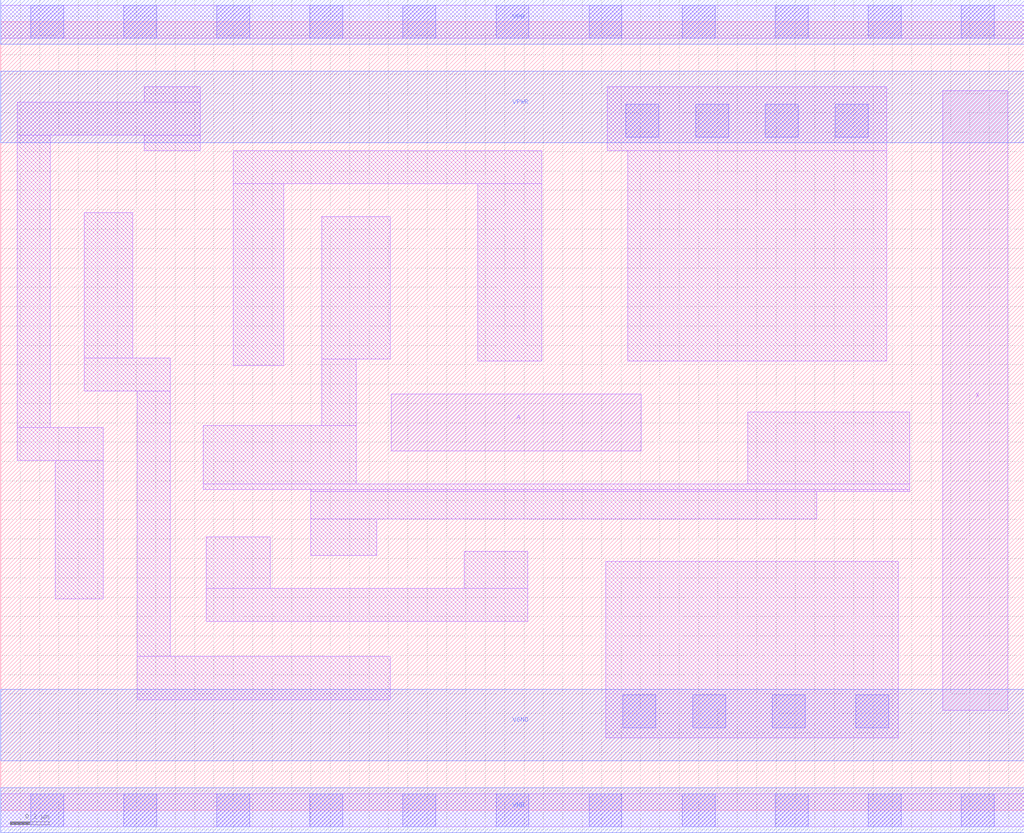
<source format=lef>
# Copyright 2020 The SkyWater PDK Authors
#
# Licensed under the Apache License, Version 2.0 (the "License");
# you may not use this file except in compliance with the License.
# You may obtain a copy of the License at
#
#     https://www.apache.org/licenses/LICENSE-2.0
#
# Unless required by applicable law or agreed to in writing, software
# distributed under the License is distributed on an "AS IS" BASIS,
# WITHOUT WARRANTIES OR CONDITIONS OF ANY KIND, either express or implied.
# See the License for the specific language governing permissions and
# limitations under the License.
#
# SPDX-License-Identifier: Apache-2.0

VERSION 5.5 ;
NAMESCASESENSITIVE ON ;
BUSBITCHARS "[]" ;
DIVIDERCHAR "/" ;
SITE unithvdbl
    SYMMETRY y  ;
    CLASS CORE  ;
    SIZE  0.480 BY 8.140 ;
END unithvdbl
MACRO sky130_fd_sc_hvl__schmittbuf_1
  CLASS CORE ;
  SOURCE USER ;
  ORIGIN  0.000000  0.000000 ;
  SIZE  5.280000 BY  4.070000 ;
  SYMMETRY X Y ;
  SITE unithv ;
  PIN A
    ANTENNAGATEAREA  1.170000 ;
    DIRECTION INPUT ;
    USE SIGNAL ;
    PORT
      LAYER li1 ;
        RECT 2.015000 1.855000 3.305000 2.150000 ;
    END
  END A
  PIN X
    ANTENNADIFFAREA  0.596250 ;
    DIRECTION OUTPUT ;
    USE SIGNAL ;
    PORT
      LAYER li1 ;
        RECT 4.860000 0.515000 5.195000 3.715000 ;
    END
  END X
  PIN VGND
    DIRECTION INOUT ;
    USE GROUND ;
    PORT
      LAYER met1 ;
        RECT 0.000000 0.255000 5.280000 0.625000 ;
    END
  END VGND
  PIN VNB
    DIRECTION INOUT ;
    USE GROUND ;
    PORT
      LAYER met1 ;
        RECT 0.000000 -0.115000 5.280000 0.115000 ;
    END
  END VNB
  PIN VPB
    DIRECTION INOUT ;
    USE POWER ;
    PORT
      LAYER met1 ;
        RECT 0.000000 3.955000 5.280000 4.185000 ;
    END
  END VPB
  PIN VPWR
    DIRECTION INOUT ;
    USE POWER ;
    PORT
      LAYER met1 ;
        RECT 0.000000 3.445000 5.280000 3.815000 ;
    END
  END VPWR
  OBS
    LAYER li1 ;
      RECT 0.000000 -0.085000 5.280000 0.085000 ;
      RECT 0.000000  3.985000 5.280000 4.155000 ;
      RECT 0.085000  1.805000 0.530000 1.975000 ;
      RECT 0.085000  1.975000 0.255000 3.485000 ;
      RECT 0.085000  3.485000 1.030000 3.655000 ;
      RECT 0.280000  1.090000 0.530000 1.805000 ;
      RECT 0.430000  2.165000 0.875000 2.335000 ;
      RECT 0.430000  2.335000 0.680000 3.085000 ;
      RECT 0.705000  0.570000 2.010000 0.795000 ;
      RECT 0.705000  0.795000 0.875000 2.165000 ;
      RECT 0.740000  3.405000 1.030000 3.485000 ;
      RECT 0.740000  3.655000 1.030000 3.735000 ;
      RECT 1.045000  1.655000 4.690000 1.685000 ;
      RECT 1.045000  1.685000 1.835000 1.985000 ;
      RECT 1.060000  0.975000 2.720000 1.145000 ;
      RECT 1.060000  1.145000 1.390000 1.410000 ;
      RECT 1.200000  2.295000 1.460000 3.235000 ;
      RECT 1.200000  3.235000 2.790000 3.405000 ;
      RECT 1.600000  1.315000 1.940000 1.505000 ;
      RECT 1.600000  1.505000 4.210000 1.645000 ;
      RECT 1.600000  1.645000 4.690000 1.655000 ;
      RECT 1.655000  1.985000 1.835000 2.330000 ;
      RECT 1.655000  2.330000 2.010000 3.065000 ;
      RECT 2.390000  1.145000 2.720000 1.335000 ;
      RECT 2.460000  2.320000 2.790000 3.235000 ;
      RECT 3.120000  0.375000 4.630000 1.285000 ;
      RECT 3.130000  3.405000 4.570000 3.735000 ;
      RECT 3.235000  2.320000 4.570000 3.405000 ;
      RECT 3.855000  1.685000 4.690000 2.055000 ;
    LAYER mcon ;
      RECT 0.155000 -0.085000 0.325000 0.085000 ;
      RECT 0.155000  3.985000 0.325000 4.155000 ;
      RECT 0.635000 -0.085000 0.805000 0.085000 ;
      RECT 0.635000  3.985000 0.805000 4.155000 ;
      RECT 1.115000 -0.085000 1.285000 0.085000 ;
      RECT 1.115000  3.985000 1.285000 4.155000 ;
      RECT 1.595000 -0.085000 1.765000 0.085000 ;
      RECT 1.595000  3.985000 1.765000 4.155000 ;
      RECT 2.075000 -0.085000 2.245000 0.085000 ;
      RECT 2.075000  3.985000 2.245000 4.155000 ;
      RECT 2.555000 -0.085000 2.725000 0.085000 ;
      RECT 2.555000  3.985000 2.725000 4.155000 ;
      RECT 3.035000 -0.085000 3.205000 0.085000 ;
      RECT 3.035000  3.985000 3.205000 4.155000 ;
      RECT 3.210000  0.425000 3.380000 0.595000 ;
      RECT 3.225000  3.475000 3.395000 3.645000 ;
      RECT 3.515000 -0.085000 3.685000 0.085000 ;
      RECT 3.515000  3.985000 3.685000 4.155000 ;
      RECT 3.570000  0.425000 3.740000 0.595000 ;
      RECT 3.585000  3.475000 3.755000 3.645000 ;
      RECT 3.945000  3.475000 4.115000 3.645000 ;
      RECT 3.980000  0.425000 4.150000 0.595000 ;
      RECT 3.995000 -0.085000 4.165000 0.085000 ;
      RECT 3.995000  3.985000 4.165000 4.155000 ;
      RECT 4.305000  3.475000 4.475000 3.645000 ;
      RECT 4.410000  0.425000 4.580000 0.595000 ;
      RECT 4.475000 -0.085000 4.645000 0.085000 ;
      RECT 4.475000  3.985000 4.645000 4.155000 ;
      RECT 4.955000 -0.085000 5.125000 0.085000 ;
      RECT 4.955000  3.985000 5.125000 4.155000 ;
  END
END sky130_fd_sc_hvl__schmittbuf_1

</source>
